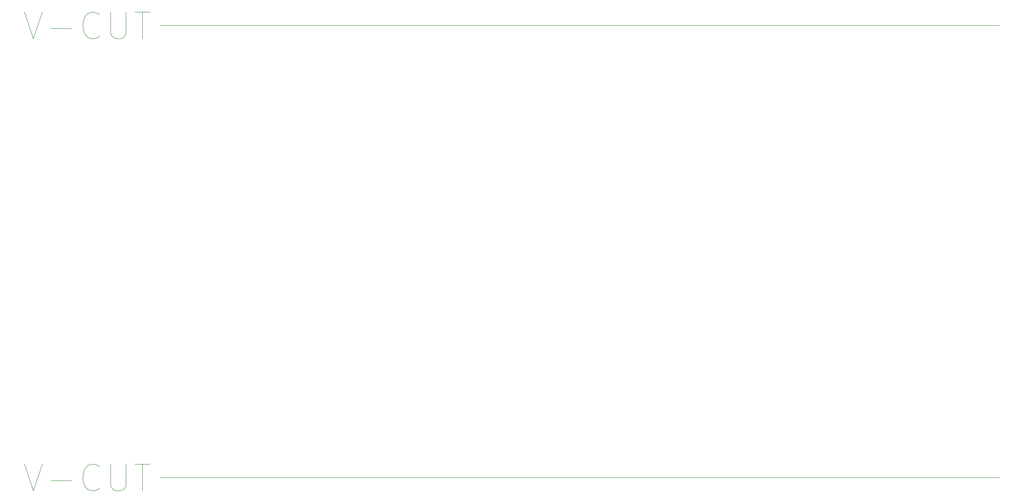
<source format=gko>
G04 #@! TF.GenerationSoftware,KiCad,Pcbnew,(5.1.5)-3*
G04 #@! TF.CreationDate,2021-04-25T01:53:19+09:00*
G04 #@! TF.ProjectId,moon50_pcb,6d6f6f6e-3530-45f7-9063-622e6b696361,rev?*
G04 #@! TF.SameCoordinates,Original*
G04 #@! TF.FileFunction,Other,ECO2*
%FSLAX46Y46*%
G04 Gerber Fmt 4.6, Leading zero omitted, Abs format (unit mm)*
G04 Created by KiCad (PCBNEW (5.1.5)-3) date 2021-04-25 01:53:19*
%MOMM*%
%LPD*%
G04 APERTURE LIST*
%ADD10C,0.150000*%
G04 APERTURE END LIST*
D10*
X-55071428Y-10023809D02*
X-51738095Y-20023809D01*
X-48404761Y-10023809D01*
X-45071428Y-16214285D02*
X-37452380Y-16214285D01*
X-26976190Y-19071428D02*
X-27452380Y-19547619D01*
X-28880952Y-20023809D01*
X-29833333Y-20023809D01*
X-31261904Y-19547619D01*
X-32214285Y-18595238D01*
X-32690476Y-17642857D01*
X-33166666Y-15738095D01*
X-33166666Y-14309523D01*
X-32690476Y-12404761D01*
X-32214285Y-11452380D01*
X-31261904Y-10500000D01*
X-29833333Y-10023809D01*
X-28880952Y-10023809D01*
X-27452380Y-10500000D01*
X-26976190Y-10976190D01*
X-22690476Y-10023809D02*
X-22690476Y-18119047D01*
X-22214285Y-19071428D01*
X-21738095Y-19547619D01*
X-20785714Y-20023809D01*
X-18880952Y-20023809D01*
X-17928571Y-19547619D01*
X-17452380Y-19071428D01*
X-16976190Y-18119047D01*
X-16976190Y-10023809D01*
X-13642857Y-10023809D02*
X-7928571Y-10023809D01*
X-10785714Y-20023809D02*
X-10785714Y-10023809D01*
X-4000000Y-185000000D02*
X311000000Y-185000000D01*
X-55071428Y-180023809D02*
X-51738095Y-190023809D01*
X-48404761Y-180023809D01*
X-45071428Y-186214285D02*
X-37452380Y-186214285D01*
X-26976190Y-189071428D02*
X-27452380Y-189547619D01*
X-28880952Y-190023809D01*
X-29833333Y-190023809D01*
X-31261904Y-189547619D01*
X-32214285Y-188595238D01*
X-32690476Y-187642857D01*
X-33166666Y-185738095D01*
X-33166666Y-184309523D01*
X-32690476Y-182404761D01*
X-32214285Y-181452380D01*
X-31261904Y-180500000D01*
X-29833333Y-180023809D01*
X-28880952Y-180023809D01*
X-27452380Y-180500000D01*
X-26976190Y-180976190D01*
X-22690476Y-180023809D02*
X-22690476Y-188119047D01*
X-22214285Y-189071428D01*
X-21738095Y-189547619D01*
X-20785714Y-190023809D01*
X-18880952Y-190023809D01*
X-17928571Y-189547619D01*
X-17452380Y-189071428D01*
X-16976190Y-188119047D01*
X-16976190Y-180023809D01*
X-13642857Y-180023809D02*
X-7928571Y-180023809D01*
X-10785714Y-190023809D02*
X-10785714Y-180023809D01*
X-4000000Y-15000000D02*
X311000000Y-15000000D01*
M02*

</source>
